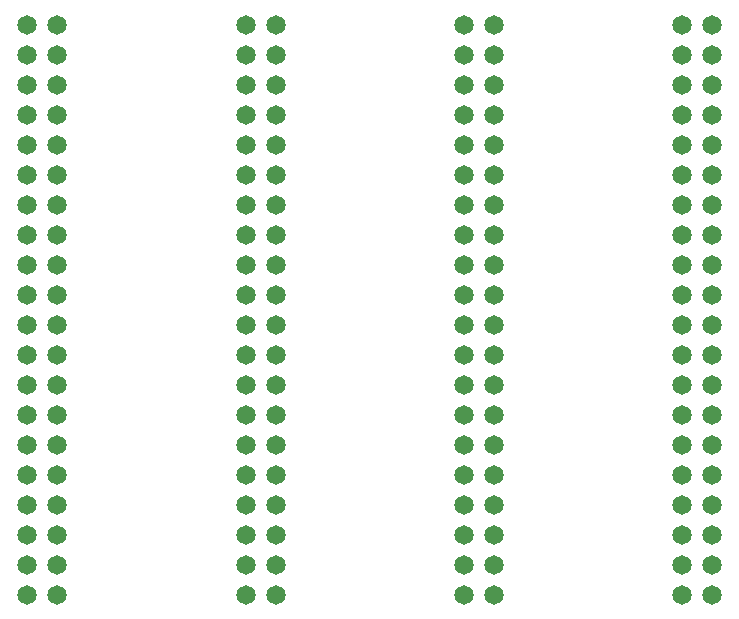
<source format=gbl>
G75*
%MOIN*%
%OFA0B0*%
%FSLAX24Y24*%
%IPPOS*%
%LPD*%
%AMOC8*
5,1,8,0,0,1.08239X$1,22.5*
%
%ADD10C,0.0650*%
D10*
X005743Y001605D03*
X006743Y001605D03*
X006743Y002605D03*
X005743Y002605D03*
X005743Y003605D03*
X006743Y003605D03*
X006743Y004605D03*
X005743Y004605D03*
X005743Y005605D03*
X006743Y005605D03*
X006743Y006605D03*
X005743Y006605D03*
X005743Y007605D03*
X006743Y007605D03*
X006743Y008605D03*
X005743Y008605D03*
X005743Y009605D03*
X006743Y009605D03*
X006743Y010605D03*
X005743Y010605D03*
X005743Y011605D03*
X006743Y011605D03*
X006743Y012605D03*
X005743Y012605D03*
X005743Y013605D03*
X006743Y013605D03*
X006743Y014605D03*
X005743Y014605D03*
X005743Y015605D03*
X006743Y015605D03*
X006743Y016605D03*
X005743Y016605D03*
X005743Y017605D03*
X006743Y017605D03*
X006743Y018605D03*
X005743Y018605D03*
X005743Y019605D03*
X006743Y019605D03*
X006743Y020605D03*
X005743Y020605D03*
X013018Y020605D03*
X014018Y020605D03*
X014018Y019605D03*
X013018Y019605D03*
X013018Y018605D03*
X014018Y018605D03*
X014018Y017605D03*
X013018Y017605D03*
X013018Y016605D03*
X014018Y016605D03*
X014018Y015605D03*
X013018Y015605D03*
X013018Y014605D03*
X014018Y014605D03*
X014018Y013605D03*
X013018Y013605D03*
X013018Y012605D03*
X014018Y012605D03*
X014018Y011605D03*
X013018Y011605D03*
X013018Y010605D03*
X014018Y010605D03*
X014018Y009605D03*
X013018Y009605D03*
X013018Y008605D03*
X014018Y008605D03*
X014018Y007605D03*
X013018Y007605D03*
X013018Y006605D03*
X014018Y006605D03*
X014018Y005605D03*
X013018Y005605D03*
X013018Y004605D03*
X014018Y004605D03*
X014018Y003605D03*
X013018Y003605D03*
X013018Y002605D03*
X014018Y002605D03*
X014018Y001605D03*
X013018Y001605D03*
X020294Y001605D03*
X021294Y001605D03*
X021294Y002605D03*
X020294Y002605D03*
X020294Y003605D03*
X021294Y003605D03*
X021294Y004605D03*
X020294Y004605D03*
X020294Y005605D03*
X021294Y005605D03*
X021294Y006605D03*
X020294Y006605D03*
X020294Y007605D03*
X021294Y007605D03*
X021294Y008605D03*
X020294Y008605D03*
X020294Y009605D03*
X021294Y009605D03*
X021294Y010605D03*
X020294Y010605D03*
X020294Y011605D03*
X021294Y011605D03*
X021294Y012605D03*
X020294Y012605D03*
X020294Y013605D03*
X021294Y013605D03*
X021294Y014605D03*
X020294Y014605D03*
X020294Y015605D03*
X021294Y015605D03*
X021294Y016605D03*
X020294Y016605D03*
X020294Y017605D03*
X021294Y017605D03*
X021294Y018605D03*
X020294Y018605D03*
X020294Y019605D03*
X021294Y019605D03*
X021294Y020605D03*
X020294Y020605D03*
X027570Y020605D03*
X028570Y020605D03*
X028570Y019605D03*
X027570Y019605D03*
X027570Y018605D03*
X028570Y018605D03*
X028570Y017605D03*
X027570Y017605D03*
X027570Y016605D03*
X028570Y016605D03*
X028570Y015605D03*
X027570Y015605D03*
X027570Y014605D03*
X028570Y014605D03*
X028570Y013605D03*
X027570Y013605D03*
X027570Y012605D03*
X028570Y012605D03*
X028570Y011605D03*
X027570Y011605D03*
X027570Y010605D03*
X028570Y010605D03*
X028570Y009605D03*
X027570Y009605D03*
X027570Y008605D03*
X028570Y008605D03*
X028570Y007605D03*
X027570Y007605D03*
X027570Y006605D03*
X028570Y006605D03*
X028570Y005605D03*
X027570Y005605D03*
X027570Y004605D03*
X028570Y004605D03*
X028570Y003605D03*
X027570Y003605D03*
X027570Y002605D03*
X028570Y002605D03*
X028570Y001605D03*
X027570Y001605D03*
M02*

</source>
